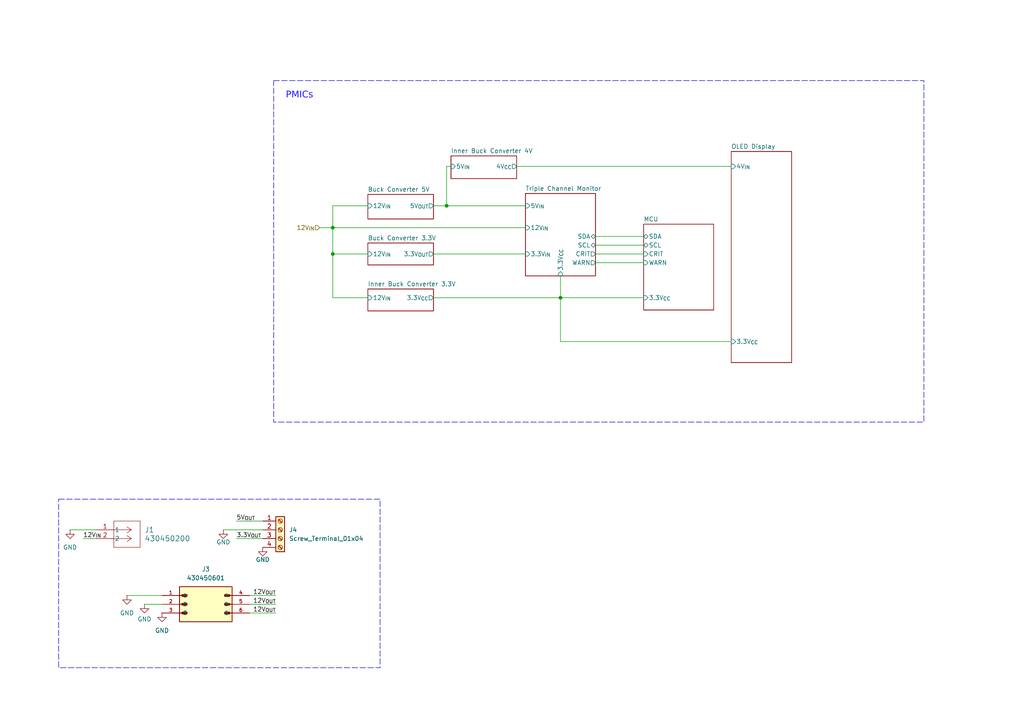
<source format=kicad_sch>
(kicad_sch (version 20240101) (generator "eeschema") (generator_version "8.99")
  (paper "A4")
  (lib_symbols
    (symbol "430450601:430450601" (pin_names (offset 1.016))
      (property "Reference" "J" (at -7.62 6.35 0))
      (property "Value" "430450601" (at -7.62 -7.62 0))
      (symbol "430450601_0_0"
        (rectangle (start -7.62 -5.08) (end 7.62 5.08) (stroke (width 0.254)) (fill (type background)))
        (rectangle (start -6.985 -2.8575) (end -5.3975 -2.2225) (stroke (width 0.1)) (fill (type outline)))
        (rectangle (start -6.985 -0.3175) (end -5.3975 0.3175) (stroke (width 0.1)) (fill (type outline)))
        (rectangle (start -6.985 2.2225) (end -5.3975 2.8575) (stroke (width 0.1)) (fill (type outline)))
        (polyline (pts (xy -7.62 -2.54) (xy -5.715 -2.54)) (stroke (width 0.254)))
        (polyline (pts (xy -7.62 0) (xy -5.715 0)) (stroke (width 0.254)))
        (polyline (pts (xy -7.62 2.54) (xy -5.715 2.54)) (stroke (width 0.254)))
        (polyline (pts (xy 7.62 -2.54) (xy 5.715 -2.54)) (stroke (width 0.254)))
        (polyline (pts (xy 7.62 0) (xy 5.715 0)) (stroke (width 0.254)))
        (polyline (pts (xy 7.62 2.54) (xy 5.715 2.54)) (stroke (width 0.254)))
        (rectangle (start 5.3975 -2.8575) (end 6.985 -2.2225) (stroke (width 0.1)) (fill (type outline)))
        (rectangle (start 5.3975 -0.3175) (end 6.985 0.3175) (stroke (width 0.1)) (fill (type outline)))
        (rectangle (start 5.3975 2.2225) (end 6.985 2.8575) (stroke (width 0.1)) (fill (type outline)))
        (pin passive line (at -12.7 2.54 0) (length 5.08) (name "1") (number "1"))
        (pin passive line (at -12.7 0 0) (length 5.08) (name "2") (number "2"))
        (pin passive line (at -12.7 -2.54 0) (length 5.08) (name "3") (number "3"))
        (pin passive line (at 12.7 2.54 180) (length 5.08) (name "4") (number "4"))
        (pin passive line (at 12.7 0 180) (length 5.08) (name "5") (number "5"))
        (pin passive line (at 12.7 -2.54 180) (length 5.08) (name "6") (number "6"))
      )
    )
    (symbol "Connector:Screw_Terminal_01x04" (pin_names (offset 1.016) hide)
      (property "Reference" "J" (at 0 5.08 0))
      (property "Value" "Screw_Terminal_01x04" (at 0 -7.62 0))
      (symbol "Screw_Terminal_01x04_1_1"
        (rectangle (start -1.27 3.81) (end 1.27 -6.35) (stroke (width 0.254)) (fill (type background)))
        (circle (center 0 -5.08) (radius 0.635) (stroke (width 0.1524)))
        (circle (center 0 -2.54) (radius 0.635) (stroke (width 0.1524)))
        (polyline (pts (xy -0.5334 -4.7498) (xy 0.3302 -5.588)) (stroke (width 0.1524)))
        (polyline (pts (xy -0.5334 -2.2098) (xy 0.3302 -3.048)) (stroke (width 0.1524)))
        (polyline (pts (xy -0.5334 0.3302) (xy 0.3302 -0.508)) (stroke (width 0.1524)))
        (polyline (pts (xy -0.5334 2.8702) (xy 0.3302 2.032)) (stroke (width 0.1524)))
        (polyline (pts (xy -0.3556 -4.572) (xy 0.508 -5.4102)) (stroke (width 0.1524)))
        (polyline (pts (xy -0.3556 -2.032) (xy 0.508 -2.8702)) (stroke (width 0.1524)))
        (polyline (pts (xy -0.3556 0.508) (xy 0.508 -0.3302)) (stroke (width 0.1524)))
        (polyline (pts (xy -0.3556 3.048) (xy 0.508 2.2098)) (stroke (width 0.1524)))
        (circle (center 0 0) (radius 0.635) (stroke (width 0.1524)))
        (circle (center 0 2.54) (radius 0.635) (stroke (width 0.1524)))
        (pin passive line (at -5.08 2.54 0) (length 3.81) (name "Pin_1") (number "1"))
        (pin passive line (at -5.08 0 0) (length 3.81) (name "Pin_2") (number "2"))
        (pin passive line (at -5.08 -2.54 0) (length 3.81) (name "Pin_3") (number "3"))
        (pin passive line (at -5.08 -5.08 0) (length 3.81) (name "Pin_4") (number "4"))
      )
    )
    (symbol "power:GND" (power) (pin_numbers hide) (pin_names (offset 0) hide)
      (property "Value" "GND" (at 0 -3.81 0))
      (symbol "GND_0_1"
        (polyline (pts (xy 0 0) (xy 0 -1.27) (xy 1.27 -1.27) (xy 0 -2.54) (xy -1.27 -1.27) (xy 0 -1.27)))
      )
      (symbol "GND_1_1"
        (pin power_in line (at 0 0 270) (length 0) (name "~") (number "1"))
      )
    )
    (symbol "ul_430450200:430450200" (pin_names (offset 0.254))
      (property "Reference" "J" (at 8.89 6.35 0))
      (property "Value" "430450200" (at 0 0 0))
      (symbol "430450200_1_1"
        (polyline (pts (xy 5.08 -5.08) (xy 12.7 -5.08)) (stroke (width 0.127)))
        (polyline (pts (xy 5.08 2.54) (xy 5.08 -5.08)) (stroke (width 0.127)))
        (polyline (pts (xy 10.16 -2.54) (xy 5.08 -2.54)) (stroke (width 0.127)))
        (polyline (pts (xy 10.16 -2.54) (xy 8.89 -3.3867)) (stroke (width 0.127)))
        (polyline (pts (xy 10.16 -2.54) (xy 8.89 -1.6933)) (stroke (width 0.127)))
        (polyline (pts (xy 10.16 0) (xy 5.08 0)) (stroke (width 0.127)))
        (polyline (pts (xy 10.16 0) (xy 8.89 -0.8467)) (stroke (width 0.127)))
        (polyline (pts (xy 10.16 0) (xy 8.89 0.8467)) (stroke (width 0.127)))
        (polyline (pts (xy 12.7 -5.08) (xy 12.7 2.54)) (stroke (width 0.127)))
        (polyline (pts (xy 12.7 2.54) (xy 5.08 2.54)) (stroke (width 0.127)))
        (pin unspecified line (at 0 0 0) (length 5.08) (name "1") (number "1"))
        (pin unspecified line (at 0 -2.54 0) (length 5.08) (name "2") (number "2"))
      )
      (symbol "430450200_1_2"
        (polyline (pts (xy 5.08 -5.08) (xy 12.7 -5.08)) (stroke (width 0.127)))
        (polyline (pts (xy 5.08 2.54) (xy 5.08 -5.08)) (stroke (width 0.127)))
        (polyline (pts (xy 7.62 -2.54) (xy 5.08 -2.54)) (stroke (width 0.127)))
        (polyline (pts (xy 7.62 -2.54) (xy 8.89 -3.3867)) (stroke (width 0.127)))
        (polyline (pts (xy 7.62 -2.54) (xy 8.89 -1.6933)) (stroke (width 0.127)))
        (polyline (pts (xy 7.62 0) (xy 5.08 0)) (stroke (width 0.127)))
        (polyline (pts (xy 7.62 0) (xy 8.89 -0.8467)) (stroke (width 0.127)))
        (polyline (pts (xy 7.62 0) (xy 8.89 0.8467)) (stroke (width 0.127)))
        (polyline (pts (xy 12.7 -5.08) (xy 12.7 2.54)) (stroke (width 0.127)))
        (polyline (pts (xy 12.7 2.54) (xy 5.08 2.54)) (stroke (width 0.127)))
        (pin unspecified line (at 0 0 0) (length 5.08) (name "1") (number "1"))
        (pin unspecified line (at 0 -2.54 0) (length 5.08) (name "2") (number "2"))
      )
    )
  )
  (junction (at 96.52 66.04))
  (junction (at 96.52 73.66))
  (junction (at 129.54 59.69))
  (junction (at 162.56 86.36))
  (wire (pts (xy 125.73 73.66) (xy 152.4 73.66)))
  (wire (pts (xy 68.58 156.21) (xy 76.2 156.21)))
  (wire (pts (xy 96.52 66.04) (xy 152.4 66.04)))
  (wire (pts (xy 129.54 59.69) (xy 129.54 48.26)))
  (wire (pts (xy 129.54 48.26) (xy 130.81 48.26)))
  (wire (pts (xy 64.77 153.67) (xy 76.2 153.67)))
  (wire (pts (xy 172.72 68.58) (xy 186.69 68.58)))
  (wire (pts (xy 172.72 71.12) (xy 186.69 71.12)))
  (wire (pts (xy 92.71 66.04) (xy 96.52 66.04)))
  (wire (pts (xy 36.83 172.72) (xy 46.99 172.72)))
  (wire (pts (xy 80.01 175.26) (xy 72.39 175.26)))
  (wire (pts (xy 96.52 73.66) (xy 106.68 73.66)))
  (wire (pts (xy 129.54 59.69) (xy 152.4 59.69)))
  (wire (pts (xy 80.01 172.72) (xy 72.39 172.72)))
  (wire (pts (xy 125.73 86.36) (xy 162.56 86.36)))
  (wire (pts (xy 96.52 73.66) (xy 96.52 86.36)))
  (wire (pts (xy 172.72 73.66) (xy 186.69 73.66)))
  (wire (pts (xy 96.52 59.69) (xy 106.68 59.69)))
  (wire (pts (xy 172.72 76.2) (xy 186.69 76.2)))
  (wire (pts (xy 96.52 66.04) (xy 96.52 73.66)))
  (wire (pts (xy 41.91 175.26) (xy 46.99 175.26)))
  (wire (pts (xy 80.01 177.8) (xy 72.39 177.8)))
  (wire (pts (xy 125.73 59.69) (xy 129.54 59.69)))
  (wire (pts (xy 162.56 86.36) (xy 186.69 86.36)))
  (wire (pts (xy 96.52 66.04) (xy 96.52 59.69)))
  (wire (pts (xy 162.56 86.36) (xy 162.56 99.06)))
  (wire (pts (xy 96.52 86.36) (xy 106.68 86.36)))
  (wire (pts (xy 20.32 153.67) (xy 27.94 153.67)))
  (wire (pts (xy 68.58 151.13) (xy 76.2 151.13)))
  (wire (pts (xy 24.13 156.21) (xy 27.94 156.21)))
  (wire (pts (xy 162.56 80.01) (xy 162.56 86.36)))
  (wire (pts (xy 162.56 99.06) (xy 212.09 99.06)))
  (wire (pts (xy 149.86 48.26) (xy 212.09 48.26)))
  (rectangle (start 17.018 144.78) (end 110.236 193.675) (stroke (width 0) (type dash)))
  (rectangle (start 79.375 23.368) (end 267.97 122.428) (stroke (width 0) (type dash)))
  (text "PMICs" (at 86.868 28.194 0) (effects (font (size 1.905 1.905))))
  (label "12V_{OUT}" (at 80.01 175.26 180))
  (label "5V_{OUT}" (at 68.58 151.13 0))
  (label "3.3V_{OUT}" (at 68.58 156.21 0))
  (label "12V_{OUT}" (at 80.01 177.8 180))
  (label "12V_{IN}" (at 24.13 156.21 0))
  (label "12V_{OUT}" (at 80.01 172.72 180))
  (hierarchical_label "12V_{IN}" (shape input) (at 92.71 66.04 180))
  (symbol (lib_id "power:GND") (at 41.91 175.26 0) (unit 1)
    (property "Reference" "#PWR012" (effects (hide yes)))
    (property "Value" "GND" (at 41.91 179.578 0))
    (property "Description" "Power symbol creates a global label with name \"GND\" , ground" (effects (hide yes)))
  )
  (symbol (lib_id "Connector:Screw_Terminal_01x04") (at 81.28 153.67 0) (unit 1)
    (property "Reference" "J4" (at 83.82 153.6699 0) (effects (justify left)))
    (property "Value" "Screw_Terminal_01x04" (at 83.82 156.2099 0) (effects (justify left)))
    (property "Footprint" "282857-4_KiCad:2828574" (effects (hide yes)))
    (property "Description" "Generic screw terminal, single row, 01x04, script generated (kicad-library-utils/schlib/autogen/connector/)" (effects (hide yes)))
  )
  (symbol (lib_id "power:GND") (at 36.83 172.72 0) (unit 1)
    (property "Reference" "#PWR015" (effects (hide yes)))
    (property "Value" "GND" (at 36.83 177.8 0))
    (property "Description" "Power symbol creates a global label with name \"GND\" , ground" (effects (hide yes)))
  )
  (symbol (lib_id "ul_430450200:430450200") (at 27.94 153.67 0) (unit 1)
    (property "Reference" "J1" (at 41.91 153.6699 0) (effects (font (size 1.524 1.524)) (justify left)))
    (property "Value" "430450200" (at 41.91 156.2099 0) (effects (font (size 1.524 1.524)) (justify left)))
    (property "Footprint" "CON_430450200_MOL" (effects (hide yes)))
    (property "Datasheet" "430450200" (effects (hide yes)))
  )
  (symbol (lib_id "power:GND") (at 20.32 153.67 0) (unit 1)
    (property "Reference" "#PWR056" (effects (hide yes)))
    (property "Value" "GND" (at 20.32 158.75 0))
    (property "Description" "Power symbol creates a global label with name \"GND\" , ground" (effects (hide yes)))
  )
  (symbol (lib_id "power:GND") (at 76.2 158.75 0) (unit 1)
    (property "Reference" "#PWR055" (effects (hide yes)))
    (property "Value" "GND" (at 76.2 162.306 0))
    (property "Description" "Power symbol creates a global label with name \"GND\" , ground" (effects (hide yes)))
  )
  (symbol (lib_id "power:GND") (at 64.77 153.67 0) (unit 1)
    (property "Reference" "#PWR054" (effects (hide yes)))
    (property "Value" "GND" (at 64.77 157.226 0))
    (property "Description" "Power symbol creates a global label with name \"GND\" , ground" (effects (hide yes)))
  )
  (symbol (lib_id "power:GND") (at 46.99 177.8 0) (unit 1)
    (property "Reference" "#PWR061" (effects (hide yes)))
    (property "Value" "GND" (at 46.99 182.88 0))
    (property "Description" "Power symbol creates a global label with name \"GND\" , ground" (effects (hide yes)))
  )
  (symbol (lib_id "430450601:430450601") (at 59.69 175.26 0) (unit 1)
    (property "Reference" "J3" (at 59.69 165.1 0))
    (property "Value" "430450601" (at 59.69 167.64 0))
    (property "Footprint" "430450601:MOLEX_430450601" (effects (hide yes)))
    (property "MF" "Molex" (effects (hide yes)))
    (property "MAXIMUM_PACKAGE_HEIGHT" "8.77mm" (effects (hide yes)))
    (property "Package" "None" (effects (hide yes)))
    (property "Price" "None" (effects (hide yes)))
    (property "Check_prices" "https://www.snapeda.com/parts/430450601/Molex/view-part/?ref=eda" (effects (hide yes)))
    (property "STANDARD" "Manufacturer Recommendations" (effects (hide yes)))
    (property "PARTREV" "G" (effects (hide yes)))
    (property "SnapEDA_Link" "https://www.snapeda.com/parts/430450601/Molex/view-part/?ref=snap" (effects (hide yes)))
    (property "MP" "430450601" (effects (hide yes)))
    (property "Description_1" "\n                        \n                            Connector Header Through Hole, Right Angle 6 position 0.118 (3.00mm)\n                        \n" (effects (hide yes)))
    (property "Availability" "In Stock" (effects (hide yes)))
    (property "MANUFACTURER" "Molex" (effects (hide yes)))
  )
  (sheet (at 106.68 70.485) (size 19.05 6.35) (stroke (width 0.1524))
    (property "Sheetname" "Buck Converter 3.3V" (at 106.68 69.7734 0) (effects (justify left bottom)))
    (property "Sheetfile" "TPS56C230RJER(3.3V).kicad_sch" (effects (hide yes)))
    (pin "3.3V_{OUT}" output (at 125.73 73.66 0))
    (pin "12V_{IN}" input (at 106.68 73.66 180))
  )
  (sheet (at 106.68 83.82) (size 19.05 6.35) (stroke (width 0.1524))
    (property "Sheetname" "Inner Buck Converter 3.3V" (at 106.68 83.1084 0) (effects (justify left bottom)))
    (property "Sheetfile" "TPS561201DDCR(3.3V).kicad_sch" (effects (hide yes)))
    (pin "3.3V_{CC}" output (at 125.73 86.36 0))
    (pin "12V_{IN}" input (at 106.68 86.36 180))
  )
  (sheet (at 106.68 56.388) (size 19.05 7.112) (stroke (width 0.1524))
    (property "Sheetname" "Buck Converter 5V" (at 106.68 55.6764 0) (effects (justify left bottom)))
    (property "Sheetfile" "TPS56C230RJER(5V).kicad_sch" (effects (hide yes)))
    (pin "12V_{IN}" input (at 106.68 59.69 180))
    (pin "5V_{OUT}" output (at 125.73 59.69 0))
  )
  (sheet (at 152.4 56.134) (size 20.32 23.876) (stroke (width 0.1524))
    (property "Sheetname" "Triple Channel Monitor" (at 152.4 55.4224 0) (effects (justify left bottom)))
    (property "Sheetfile" "INA3221.kicad_sch" (effects (hide yes)))
    (pin "12V_{IN}" input (at 152.4 66.04 180))
    (pin "5V_{IN}" input (at 152.4 59.69 180))
    (pin "3.3V_{IN}" input (at 152.4 73.66 180))
    (pin "SDA" bidirectional (at 172.72 68.58 0))
    (pin "SCL" bidirectional (at 172.72 71.12 0))
    (pin "CRIT" output (at 172.72 73.66 0))
    (pin "WARN" output (at 172.72 76.2 0))
    (pin "3.3V_{CC}" input (at 162.56 80.01 270))
  )
  (sheet (at 130.81 45.212) (size 19.05 6.604) (stroke (width 0.1524))
    (property "Sheetname" "Inner Buck Converter 4V" (at 130.81 44.5004 0) (effects (justify left bottom)))
    (property "Sheetfile" "TPS561201DDCR(4V).kicad_sch" (effects (hide yes)))
    (pin "5V_{IN}" input (at 130.81 48.26 180))
    (pin "4V_{CC}" output (at 149.86 48.26 0))
  )
  (sheet (at 212.09 43.942) (size 17.526 61.214) (stroke (width 0.1524))
    (property "Sheetname" "OLED Display" (at 212.09 43.2304 0) (effects (justify left bottom)))
    (property "Sheetfile" "X096-2864KLBAG01-H30.kicad_sch" (effects (hide yes)))
    (pin "4V_{IN}" input (at 212.09 48.26 180))
    (pin "3.3V_{CC}" input (at 212.09 99.06 180))
  )
  (sheet (at 186.69 65.024) (size 20.32 24.892) (stroke (width 0.1524))
    (property "Sheetname" "MCU" (at 186.69 64.3124 0) (effects (justify left bottom)))
    (property "Sheetfile" "RP2040.kicad_sch" (effects (hide yes)))
    (pin "WARN" input (at 186.69 76.2 180))
    (pin "CRIT" input (at 186.69 73.66 180))
    (pin "SDA" bidirectional (at 186.69 68.58 180))
    (pin "SCL" bidirectional (at 186.69 71.12 180))
    (pin "3.3V_{CC}" input (at 186.69 86.36 180))
  )
)
</source>
